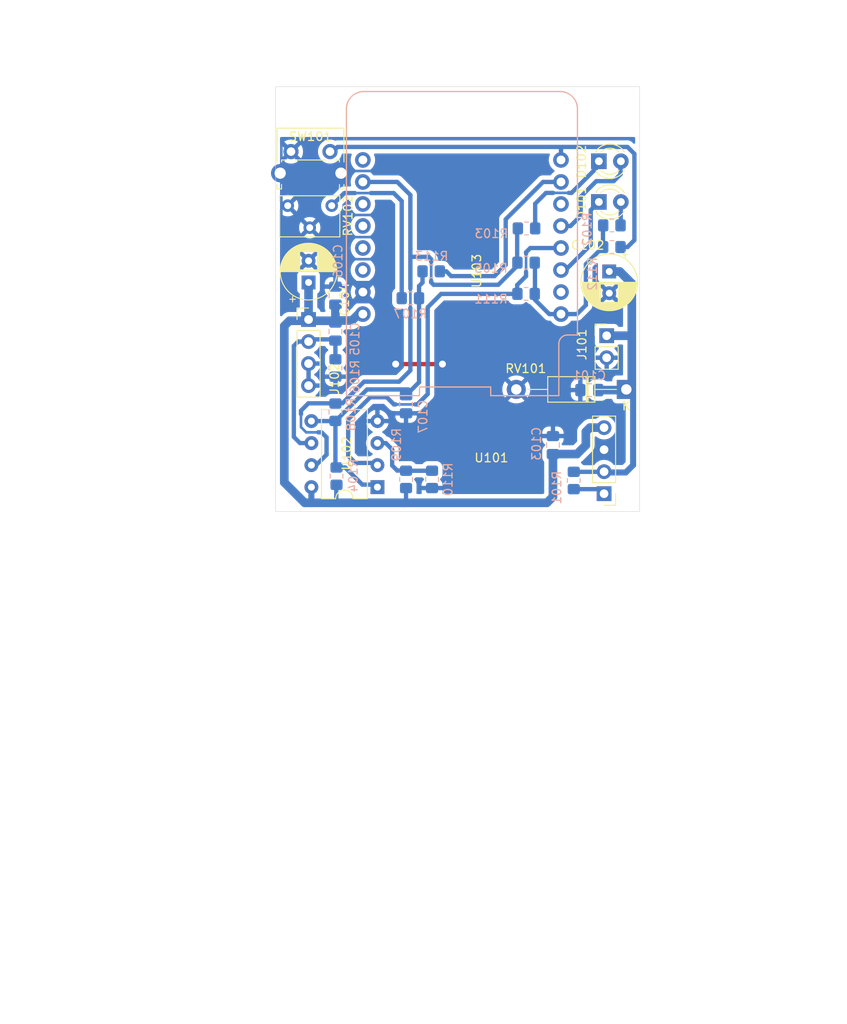
<source format=kicad_pcb>
(kicad_pcb (version 20211014) (generator pcbnew)
  (layers (0 "F.Cu" signal) (31 "B.Cu" signal) (34 "B.Paste" user) (35 "F.Paste" user) (36 "B.SilkS" user "B.Silkscreen") (37 "F.SilkS" user "F.Silkscreen") (38 "B.Mask" user) (39 "F.Mask" user) (44 "Edge.Cuts" user))
  (net 0 "")
  (net 1 "+5V")
  (net 2 "GND")
  (net 3 "Net-(D102-Pad1)")
  (net 4 "Net-(C101-Pad1)")
  (net 5 "+3V3")
  (net 6 "Net-(C105-Pad2)")
  (net 7 "Net-(D101-Pad1)")
  (net 8 "Net-(D101-Pad2)")
  (net 9 "Net-(R101-Pad2)")
  (net 10 "Net-(R109-Pad1)")
  (net 11 "Net-(D102-Pad2)")
  (net 13 "Net-(R111-Pad1)")
  (net 20 "Net-(R103-Pad1)")
  (net 21 "Net-(R112-Pad1)")
  (net 22 "Net-(C107-Pad1)")
  (net 23 "Net-(R107-Pad1)")
  (net 24 "Net-(R113-Pad2)")
  (footprint "Connector_PinHeader_2.54mm:PinHeader_1x02_P2.54mm_Vertical" (layer "F.Cu") (at 99.6 63.5125)
    (fp_text reference "J101" (at -2.85 1.025 90) (layer "F.SilkS"))
    (fp_text value "Power")
    (pad "1" thru_hole rect locked (at 0 0) (size 1.7 1.7) (drill 1) (layers *.Cu *.Mask) (net 4 "Net-(C101-Pad1)"))
    (pad "2" thru_hole oval locked (at 0 2.54) (size 1.7 1.7) (drill 1) (layers *.Cu *.Mask) (net 2 "GND"))
  )
  (footprint "Potentiometer_THT:Potentiometer_Bourns_3266W_Vertical" (layer "F.Cu") (at 67.875 48.5125)
    (fp_text reference "RV102" (at 1.875 1.175 90) (layer "F.SilkS"))
    (fp_text value "10k")
    (pad "1" thru_hole circle (at 0 0) (size 1.44 1.44) (drill 0.8) (layers *.Cu *.Mask) (net 23 "Net-(R107-Pad1)"))
    (pad "2" thru_hole circle (at -2.54 2.54) (size 1.44 1.44) (drill 0.8) (layers *.Cu *.Mask) (net 2 "GND"))
    (pad "3" thru_hole circle (at -5.08 0) (size 1.44 1.44) (drill 0.8) (layers *.Cu *.Mask) (net 2 "GND"))
  )
  (footprint "LED_THT:LED_D3.0mm" (layer "F.Cu") (at 98.7 43.3875)
    (fp_text reference "D102" (at -2 0.05 90) (layer "F.SilkS"))
    (fp_text value "LED yellow")
    (pad "1" thru_hole rect locked (at 0 0) (size 1.8 1.8) (drill 0.9) (layers *.Cu *.Mask) (net 3 "Net-(D102-Pad1)"))
    (pad "2" thru_hole circle locked (at 2.54 0) (size 1.8 1.8) (drill 0.9) (layers *.Cu *.Mask) (net 11 "Net-(D102-Pad2)"))
  )
  (footprint "Package_DIP:DIP-8_W7.62mm" (layer "F.Cu") (at 73.1475 80.98 180)
    (fp_text reference "U102" (at 3.5475 3.8925 90) (layer "F.SilkS"))
    (fp_text value "LMV393")
    (pad "1" thru_hole rect locked (at 0 0 180) (size 1.6 1.6) (drill 0.8) (layers *.Cu *.Mask) (net 22 "Net-(C107-Pad1)"))
    (pad "2" thru_hole oval locked (at 0 2.54 180) (size 1.6 1.6) (drill 0.8) (layers *.Cu *.Mask) (net 13 "Net-(R111-Pad1)"))
    (pad "3" thru_hole oval locked (at 0 5.08 180) (size 1.6 1.6) (drill 0.8) (layers *.Cu *.Mask) (net 10 "Net-(R109-Pad1)"))
    (pad "4" thru_hole oval locked (at 0 7.62 180) (size 1.6 1.6) (drill 0.8) (layers *.Cu *.Mask) (net 2 "GND"))
    (pad "5" thru_hole oval locked (at 7.62 7.62 180) (size 1.6 1.6) (drill 0.8) (layers *.Cu *.Mask) (net 22 "Net-(C107-Pad1)"))
    (pad "6" thru_hole oval locked (at 7.62 5.08 180) (size 1.6 1.6) (drill 0.8) (layers *.Cu *.Mask) (net 6 "Net-(C105-Pad2)"))
    (pad "7" thru_hole oval locked (at 7.62 2.54 180) (size 1.6 1.6) (drill 0.8) (layers *.Cu *.Mask) (net 20 "Net-(R103-Pad1)"))
    (pad "8" thru_hole oval locked (at 7.62 0 180) (size 1.6 1.6) (drill 0.8) (layers *.Cu *.Mask) (net 1 "+5V"))
  )
  (footprint "Diode_THT:D_A-405_P12.70mm_Horizontal" (layer "F.Cu") (at 101.87 69.7075 180)
    (fp_text reference "RV101" (at 11.6 2.4) (layer "F.SilkS"))
    (fp_text value "Varistor")
    (fp_text user "K" (at 0 -1.9) (layer "F.SilkS"))
    (pad "1" thru_hole rect locked (at 0 0 180) (size 2.2 2.2) (drill 1.2) (layers *.Cu *.Mask) (net 4 "Net-(C101-Pad1)"))
    (pad "2" thru_hole circle locked (at 12.7 0 180) (size 2.2 2.2) (drill 1.2) (layers *.Cu *.Mask) (net 2 "GND"))
  )
  (footprint "Connector_PinHeader_2.54mm:PinHeader_1x04_P2.54mm_Vertical" (layer "F.Cu") (at 65.2 61.6475)
    (fp_text reference "J102" (at 3 6.8525 90) (layer "F.SilkS"))
    (fp_text value "Sensor")
    (pad "1" thru_hole rect locked (at 0 0) (size 1.7 1.7) (drill 1) (layers *.Cu *.Mask) (net 1 "+5V"))
    (pad "2" thru_hole oval locked (at 0 2.54) (size 1.7 1.7) (drill 1) (layers *.Cu *.Mask) (net 6 "Net-(C105-Pad2)"))
    (pad "3" thru_hole oval locked (at 0 5.08) (size 1.7 1.7) (drill 1) (layers *.Cu *.Mask) (net 2 "GND"))
    (pad "4" thru_hole oval locked (at 0 7.62) (size 1.7 1.7) (drill 1) (layers *.Cu *.Mask) (net 2 "GND"))
  )
  (footprint "Connector_PinHeader_2.54mm:PinHeader_1x04_P2.54mm_Vertical" (layer "F.Cu") (at 99.3 81.7375 180)
    (fp_text reference "U101" (at 13 4.1375) (layer "F.SilkS"))
    (fp_text value "DC/DC")
    (pad "1" thru_hole rect locked (at 0 0 180) (size 1.7 1.7) (drill 1) (layers *.Cu *.Mask) (net 9 "Net-(R101-Pad2)"))
    (pad "2" thru_hole oval locked (at 0 2.54 180) (size 1.7 1.7) (drill 1) (layers *.Cu *.Mask) (net 4 "Net-(C101-Pad1)"))
    (pad "3" thru_hole oval locked (at 0 5.08 180) (size 1.7 1.7) (drill 1) (layers *.Cu *.Mask) (net 2 "GND"))
    (pad "4" thru_hole oval locked (at 0 7.62 180) (size 1.7 1.7) (drill 1) (layers *.Cu *.Mask) (net 1 "+5V"))
  )
  (footprint "Button_Switch_THT:SW_Tactile_SPST_Angled_PTS645Vx58-2LFS" (layer "F.Cu") (at 63.175 42.275)
    (fp_text reference "SW101" (at 2.225 -1.7375) (layer "F.SilkS"))
    (fp_text value "SW_Push")
    (pad "" thru_hole circle locked (at -1.25 2.49) (size 2.1 2.1) (drill 1.3) (layers *.Cu *.Mask) (net 2 "GND"))
    (pad "" thru_hole circle locked (at 5.76 2.49) (size 2.1 2.1) (drill 1.3) (layers *.Cu *.Mask) (net 2 "GND"))
    (pad "1" thru_hole circle locked (at 0 0) (size 1.75 1.75) (drill 0.99) (layers *.Cu *.Mask) (net 2 "GND"))
    (pad "2" thru_hole circle locked (at 4.5 0) (size 1.75 1.75) (drill 0.99) (layers *.Cu *.Mask) (net 21 "Net-(R112-Pad1)"))
  )
  (footprint "LED_THT:LED_D3.0mm" (layer "F.Cu") (at 98.7 48.0875)
    (fp_text reference "D101" (at -2 0.1 90) (layer "F.SilkS"))
    (fp_text value "LED red")
    (pad "1" thru_hole rect locked (at 0 0) (size 1.8 1.8) (drill 0.9) (layers *.Cu *.Mask) (net 7 "Net-(D101-Pad1)"))
    (pad "2" thru_hole circle locked (at 2.54 0) (size 1.8 1.8) (drill 0.9) (layers *.Cu *.Mask) (net 8 "Net-(D101-Pad2)"))
  )
  (footprint "Capacitor_THT:CP_Radial_D6.3mm_P2.50mm" (layer "F.Cu") (at 65.2 57.36988 90)
    (fp_text reference "C104" (at -1.96762 4.15 90) (layer "F.SilkS"))
    (fp_text value "100u")
    (pad "1" thru_hole rect locked (at 0 0 90) (size 1.6 1.6) (drill 0.8) (layers *.Cu *.Mask) (net 1 "+5V"))
    (pad "2" thru_hole circle locked (at 2.5 0 90) (size 1.6 1.6) (drill 0.8) (layers *.Cu *.Mask) (net 2 "GND"))
  )
  (footprint "Capacitor_THT:CP_Radial_D6.3mm_P2.50mm" (layer "F.Cu") (at 99.9 56.105121 -90)
    (fp_text reference "C102" (at -3.017621 2.5 180) (layer "F.SilkS"))
    (fp_text value "100u")
    (pad "1" thru_hole rect locked (at 0 0 270) (size 1.6 1.6) (drill 0.8) (layers *.Cu *.Mask) (net 4 "Net-(C101-Pad1)"))
    (pad "2" thru_hole circle locked (at 2.5 0 270) (size 1.6 1.6) (drill 0.8) (layers *.Cu *.Mask) (net 2 "GND"))
  )
  (footprint "ESP8266:wemos-d1-mini-with-pin-header" (layer "B.Cu") (at 82.898988 52.128512 90)
    (fp_text reference "U103" (at -3.908988 1.701012 90) (layer "F.SilkS"))
    (fp_text value "WeMos_D1_mini")
    (pad "1" thru_hole circle locked (at 8.89 11.43 90) (size 1.8 1.8) (drill 1.016) (layers *.Cu *.Mask) (net 21 "Net-(R112-Pad1)"))
    (pad "2" thru_hole circle locked (at 6.35 11.43 90) (size 1.8 1.8) (drill 1.016) (layers *.Cu *.Mask) (net 24 "Net-(R113-Pad2)"))
    (pad "3" thru_hole circle locked (at 3.81 11.43 90) (size 1.8 1.8) (drill 1.016) (layers *.Cu *.Mask))
    (pad "4" thru_hole circle locked (at 1.27 11.43 90) (size 1.8 1.8) (drill 1.016) (layers *.Cu *.Mask) (net 11 "Net-(D102-Pad2)"))
    (pad "5" thru_hole circle locked (at -1.27 11.43 90) (size 1.8 1.8) (drill 1.016) (layers *.Cu *.Mask) (net 13 "Net-(R111-Pad1)"))
    (pad "6" thru_hole circle locked (at -3.81 11.43 90) (size 1.8 1.8) (drill 1.016) (layers *.Cu *.Mask) (net 7 "Net-(D101-Pad1)"))
    (pad "7" thru_hole circle locked (at -6.35 11.43 90) (size 1.8 1.8) (drill 1.016) (layers *.Cu *.Mask))
    (pad "8" thru_hole circle locked (at -8.89 11.43 90) (size 1.8 1.8) (drill 1.016) (layers *.Cu *.Mask) (net 5 "+3V3"))
    (pad "9" thru_hole circle locked (at -8.89 -11.43 90) (size 1.8 1.8) (drill 1.016) (layers *.Cu *.Mask) (net 1 "+5V"))
    (pad "10" thru_hole circle locked (at -6.35 -11.43 90) (size 1.8 1.8) (drill 1.016) (layers *.Cu *.Mask) (net 2 "GND"))
    (pad "11" thru_hole circle locked (at -3.81 -11.43 90) (size 1.8 1.8) (drill 1.016) (layers *.Cu *.Mask))
    (pad "12" thru_hole circle locked (at -1.27 -11.43 90) (size 1.8 1.8) (drill 1.016) (layers *.Cu *.Mask))
    (pad "13" thru_hole circle locked (at 1.27 -11.43 90) (size 1.8 1.8) (drill 1.016) (layers *.Cu *.Mask))
    (pad "14" thru_hole circle locked (at 3.81 -11.43 90) (size 1.8 1.8) (drill 1.016) (layers *.Cu *.Mask))
    (pad "15" thru_hole circle locked (at 6.35 -11.43 90) (size 1.8 1.8) (drill 1.016) (layers *.Cu *.Mask) (net 20 "Net-(R103-Pad1)"))
    (pad "16" thru_hole circle locked (at 8.89 -11.43 90) (size 1.8 1.8) (drill 1.016) (layers *.Cu *.Mask))
  )
  (footprint "Capacitor_SMD:C_0805_2012Metric_Pad1.18x1.45mm_HandSolder" (layer "B.Cu") (at 93.4 76.125 90)
    (fp_text reference "C103" (at 0.15 -1.9 90) (layer "B.SilkS") (effects (justify mirror)))
    (fp_text value "100n")
    (pad "1" smd roundrect (at -1.0375 0 90) (size 1.175 1.45) (layers "B.Cu" "B.Paste" "B.Mask") (roundrect_rratio 0.2127659574) (net 1 "+5V"))
    (pad "2" smd roundrect (at 1.0375 0 90) (size 1.175 1.45) (layers "B.Cu" "B.Paste" "B.Mask") (roundrect_rratio 0.2127659574) (net 2 "GND"))
  )
  (footprint "Resistor_SMD:R_0805_2012Metric_Pad1.20x1.40mm_HandSolder" (layer "B.Cu") (at 76.95 59.1875)
    (fp_text reference "R107" (at 0 1.8) (layer "B.SilkS") (effects (justify mirror)))
    (fp_text value "220R")
    (pad "1" smd roundrect (at -1 0) (size 1.2 1.4) (layers "B.Cu" "B.Paste" "B.Mask") (roundrect_rratio 0.2083333333) (net 23 "Net-(R107-Pad1)"))
    (pad "2" smd roundrect (at 1 0) (size 1.2 1.4) (layers "B.Cu" "B.Paste" "B.Mask") (roundrect_rratio 0.2083333333) (net 22 "Net-(C107-Pad1)"))
  )
  (footprint "Capacitor_SMD:C_0805_2012Metric_Pad1.18x1.45mm_HandSolder" (layer "B.Cu") (at 76.45 71.425 -90)
    (fp_text reference "C107" (at 1.4125 -1.95 90) (layer "B.SilkS") (effects (justify mirror)))
    (fp_text value "47n")
    (pad "1" smd roundrect (at -1.0375 0 270) (size 1.175 1.45) (layers "B.Cu" "B.Paste" "B.Mask") (roundrect_rratio 0.2127659574) (net 22 "Net-(C107-Pad1)"))
    (pad "2" smd roundrect (at 1.0375 0 270) (size 1.175 1.45) (layers "B.Cu" "B.Paste" "B.Mask") (roundrect_rratio 0.2127659574) (net 2 "GND"))
  )
  (footprint "Capacitor_SMD:C_0805_2012Metric_Pad1.18x1.45mm_HandSolder" (layer "B.Cu") (at 68.3 58.8875 90)
    (fp_text reference "C106" (at 4 0.3 270) (layer "B.SilkS") (effects (justify mirror)))
    (fp_text value "100n")
    (pad "1" smd roundrect (at -1.0375 0 90) (size 1.175 1.45) (layers "B.Cu" "B.Paste" "B.Mask") (roundrect_rratio 0.2127659574) (net 1 "+5V"))
    (pad "2" smd roundrect (at 1.0375 0 90) (size 1.175 1.45) (layers "B.Cu" "B.Paste" "B.Mask") (roundrect_rratio 0.2127659574) (net 2 "GND"))
  )
  (footprint "Resistor_SMD:R_0805_2012Metric_Pad1.20x1.40mm_HandSolder" (layer "B.Cu") (at 76.45 80.0875 -90)
    (fp_text reference "R109" (at -4 1.1 90) (layer "B.SilkS") (effects (justify mirror)))
    (fp_text value "47k")
    (pad "1" smd roundrect (at -1 0 270) (size 1.2 1.4) (layers "B.Cu" "B.Paste" "B.Mask") (roundrect_rratio 0.2083333333) (net 10 "Net-(R109-Pad1)"))
    (pad "2" smd roundrect (at 1 0 270) (size 1.2 1.4) (layers "B.Cu" "B.Paste" "B.Mask") (roundrect_rratio 0.2083333333) (net 1 "+5V"))
  )
  (footprint "Capacitor_SMD:C_0805_2012Metric_Pad1.18x1.45mm_HandSolder" (layer "B.Cu") (at 68.3 63.0375 -90)
    (fp_text reference "C105" (at 0.85 -2.25 90) (layer "B.SilkS") (effects (justify mirror)))
    (fp_text value "47p")
    (pad "1" smd roundrect (at -1.0375 0 270) (size 1.175 1.45) (layers "B.Cu" "B.Paste" "B.Mask") (roundrect_rratio 0.2127659574) (net 1 "+5V"))
    (pad "2" smd roundrect (at 1.0375 0 270) (size 1.175 1.45) (layers "B.Cu" "B.Paste" "B.Mask") (roundrect_rratio 0.2127659574) (net 6 "Net-(C105-Pad2)"))
  )
  (footprint "Resistor_SMD:R_0805_2012Metric_Pad1.20x1.40mm_HandSolder" (layer "B.Cu") (at 90.35 51.1375)
    (fp_text reference "R103" (at -4.05 0.6) (layer "B.SilkS") (effects (justify mirror)))
    (fp_text value "330R")
    (pad "1" smd roundrect (at -1 0) (size 1.2 1.4) (layers "B.Cu" "B.Paste" "B.Mask") (roundrect_rratio 0.2083333333) (net 20 "Net-(R103-Pad1)"))
    (pad "2" smd roundrect (at 1 0) (size 1.2 1.4) (layers "B.Cu" "B.Paste" "B.Mask") (roundrect_rratio 0.2083333333) (net 3 "Net-(D102-Pad1)"))
  )
  (footprint "Resistor_SMD:R_0805_2012Metric_Pad1.20x1.40mm_HandSolder" (layer "B.Cu") (at 90.3 55.0875)
    (fp_text reference "R105" (at -4.05 0.65 180) (layer "B.SilkS") (effects (justify mirror)))
    (fp_text value "10k")
    (pad "1" smd roundrect (at -1 0) (size 1.2 1.4) (layers "B.Cu" "B.Paste" "B.Mask") (roundrect_rratio 0.2083333333) (net 20 "Net-(R103-Pad1)"))
    (pad "2" smd roundrect (at 1 0) (size 1.2 1.4) (layers "B.Cu" "B.Paste" "B.Mask") (roundrect_rratio 0.2083333333) (net 5 "+3V3"))
  )
  (footprint "Capacitor_SMD:C_0805_2012Metric_Pad1.18x1.45mm_HandSolder" (layer "B.Cu") (at 97.6 69.7875 180)
    (fp_text reference "C101" (at 0 1.68) (layer "B.SilkS") (effects (justify mirror)))
    (fp_text value "100n")
    (pad "1" smd roundrect (at -1.0375 0 180) (size 1.175 1.45) (layers "B.Cu" "B.Paste" "B.Mask") (roundrect_rratio 0.2127659574) (net 4 "Net-(C101-Pad1)"))
    (pad "2" smd roundrect (at 1.0375 0 180) (size 1.175 1.45) (layers "B.Cu" "B.Paste" "B.Mask") (roundrect_rratio 0.2127659574) (net 2 "GND"))
  )
  (footprint "Resistor_SMD:R_0805_2012Metric_Pad1.20x1.40mm_HandSolder" (layer "B.Cu") (at 90.3 58.6875)
    (fp_text reference "R111" (at -4.05 0.6 180) (layer "B.SilkS") (effects (justify mirror)))
    (fp_text value "10k")
    (pad "1" smd roundrect (at -1 0) (size 1.2 1.4) (layers "B.Cu" "B.Paste" "B.Mask") (roundrect_rratio 0.2083333333) (net 13 "Net-(R111-Pad1)"))
    (pad "2" smd roundrect (at 1 0) (size 1.2 1.4) (layers "B.Cu" "B.Paste" "B.Mask") (roundrect_rratio 0.2083333333) (net 5 "+3V3"))
  )
  (footprint "Resistor_SMD:R_0805_2012Metric_Pad1.20x1.40mm_HandSolder" (layer "B.Cu") (at 79.45 80.0875 90)
    (fp_text reference "R110" (at 0 1.85 90) (layer "B.SilkS") (effects (justify mirror)))
    (fp_text value "22k")
    (pad "1" smd roundrect (at -1 0 90) (size 1.2 1.4) (layers "B.Cu" "B.Paste" "B.Mask") (roundrect_rratio 0.2083333333) (net 2 "GND"))
    (pad "2" smd roundrect (at 1 0 90) (size 1.2 1.4) (layers "B.Cu" "B.Paste" "B.Mask") (roundrect_rratio 0.2083333333) (net 10 "Net-(R109-Pad1)"))
  )
  (footprint "Resistor_SMD:R_0805_2012Metric_Pad1.20x1.40mm_HandSolder" (layer "B.Cu") (at 68.425 79.7125 -90)
    (fp_text reference "R104" (at -0.075 -1.925 90) (layer "B.SilkS") (effects (justify mirror)))
    (fp_text value "12k")
    (pad "1" smd roundrect (at -1 0 270) (size 1.2 1.4) (layers "B.Cu" "B.Paste" "B.Mask") (roundrect_rratio 0.2083333333) (net 22 "Net-(C107-Pad1)"))
    (pad "2" smd roundrect (at 1 0 270) (size 1.2 1.4) (layers "B.Cu" "B.Paste" "B.Mask") (roundrect_rratio 0.2083333333) (net 1 "+5V"))
  )
  (footprint "Resistor_SMD:R_0805_2012Metric_Pad1.20x1.40mm_HandSolder" (layer "B.Cu") (at 79.35 56.0875)
    (fp_text reference "R113" (at 0.05 -1.75) (layer "B.SilkS") (effects (justify mirror)))
    (fp_text value "120R")
    (pad "1" smd roundrect (at -1 0) (size 1.2 1.4) (layers "B.Cu" "B.Paste" "B.Mask") (roundrect_rratio 0.2083333333) (net 22 "Net-(C107-Pad1)"))
    (pad "2" smd roundrect (at 1 0) (size 1.2 1.4) (layers "B.Cu" "B.Paste" "B.Mask") (roundrect_rratio 0.2083333333) (net 24 "Net-(R113-Pad2)"))
  )
  (footprint "Resistor_SMD:R_0805_2012Metric_Pad1.20x1.40mm_HandSolder" (layer "B.Cu") (at 100.2 53.2875 180)
    (fp_text reference "R112" (at 2.25 -3.1 90) (layer "B.SilkS") (effects (justify mirror)))
    (fp_text value "10k")
    (pad "1" smd roundrect (at -1 0 180) (size 1.2 1.4) (layers "B.Cu" "B.Paste" "B.Mask") (roundrect_rratio 0.2083333333) (net 21 "Net-(R112-Pad1)"))
    (pad "2" smd roundrect (at 1 0 180) (size 1.2 1.4) (layers "B.Cu" "B.Paste" "B.Mask") (roundrect_rratio 0.2083333333) (net 5 "+3V3"))
  )
  (footprint "Resistor_SMD:R_0805_2012Metric_Pad1.20x1.40mm_HandSolder" (layer "B.Cu") (at 100.2 50.7875 180)
    (fp_text reference "R102" (at 2.85 -0.45 90) (layer "B.SilkS") (effects (justify mirror)))
    (fp_text value "330R")
    (pad "1" smd roundrect (at -1 0 180) (size 1.2 1.4) (layers "B.Cu" "B.Paste" "B.Mask") (roundrect_rratio 0.2083333333) (net 8 "Net-(D101-Pad2)"))
    (pad "2" smd roundrect (at 1 0 180) (size 1.2 1.4) (layers "B.Cu" "B.Paste" "B.Mask") (roundrect_rratio 0.2083333333) (net 5 "+3V3"))
  )
  (footprint "Resistor_SMD:R_0805_2012Metric_Pad1.20x1.40mm_HandSolder" (layer "B.Cu") (at 68.3 72.3375 90)
    (fp_text reference "R108" (at -0.25 1.8 270) (layer "B.SilkS") (effects (justify mirror)))
    (fp_text value "100k")
    (pad "1" smd roundrect (at -1 0 90) (size 1.2 1.4) (layers "B.Cu" "B.Paste" "B.Mask") (roundrect_rratio 0.2083333333) (net 22 "Net-(C107-Pad1)"))
    (pad "2" smd roundrect (at 1 0 90) (size 1.2 1.4) (layers "B.Cu" "B.Paste" "B.Mask") (roundrect_rratio 0.2083333333) (net 20 "Net-(R103-Pad1)"))
  )
  (footprint "Resistor_SMD:R_0805_2012Metric_Pad1.20x1.40mm_HandSolder" (layer "B.Cu") (at 95.8 80.2125 -90)
    (fp_text reference "R101" (at 0.825 1.95 90) (layer "B.SilkS") (effects (justify mirror)))
    (fp_text value "100k")
    (pad "1" smd roundrect (at -1 0 270) (size 1.2 1.4) (layers "B.Cu" "B.Paste" "B.Mask") (roundrect_rratio 0.2083333333) (net 4 "Net-(C101-Pad1)"))
    (pad "2" smd roundrect (at 1 0 270) (size 1.2 1.4) (layers "B.Cu" "B.Paste" "B.Mask") (roundrect_rratio 0.2083333333) (net 9 "Net-(R101-Pad2)"))
  )
  (footprint "Resistor_SMD:R_0805_2012Metric_Pad1.20x1.40mm_HandSolder" (layer "B.Cu") (at 68.3 67.2375 90)
    (fp_text reference "R106" (at -1 2.25 270) (layer "B.SilkS") (effects (justify mirror)))
    (fp_text value "12k")
    (pad "1" smd roundrect (at -1 0 90) (size 1.2 1.4) (layers "B.Cu" "B.Paste" "B.Mask") (roundrect_rratio 0.2083333333) (net 2 "GND"))
    (pad "2" smd roundrect (at 1 0 90) (size 1.2 1.4) (layers "B.Cu" "B.Paste" "B.Mask") (roundrect_rratio 0.2083333333) (net 6 "Net-(C105-Pad2)"))
  )
  (gr_rect (start 61.4 34.7875) (end 103.4 83.7875) (layer "Edge.Cuts") (width 0.05) (fill none))
  (segment (start 65.5275 82.66) (end 65.4 82.7875) (width 0.7) (layer "B.Cu") (net 1))
  (segment (start 96.175 77.1625) (end 97.2 76.1375) (width 1) (layer "B.Cu") (net 1))
  (segment (start 70.213988 61.7625) (end 70.968988 61.0075) (width 1) (layer "B.Cu") (net 1))
  (segment (start 76.45 82.5375) (end 76.2 82.7875) (width 0.5) (layer "B.Cu") (net 1))
  (segment (start 68 61.7625) (end 70.213988 61.7625) (width 1) (layer "B.Cu") (net 1))
  (segment (start 67.975 61.7875) (end 68 61.7625) (width 1) (layer "B.Cu") (net 1))
  (segment (start 65.5275 80.98) (end 65.5275 82.66) (width 0.7) (layer "B.Cu") (net 1))
  (segment (start 76.2 82.7875) (end 92.7 82.7875) (width 1) (layer "B.Cu") (net 1))
  (segment (start 63 61.7875) (end 65.1 61.7875) (width 1) (layer "B.Cu") (net 1))
  (segment (start 65.2 61.6475) (end 65.2 61.6875) (width 1) (layer "B.Cu") (net 1))
  (segment (start 76.45 81.0875) (end 76.45 82.5375) (width 0.5) (layer "B.Cu") (net 1))
  (segment (start 62.4 80.4375) (end 62.4 62.3875) (width 1) (layer "B.Cu") (net 1))
  (segment (start 68.4 82.7875) (end 65.4 82.7875) (width 1) (layer "B.Cu") (net 1))
  (segment (start 93.425 77.5875) (end 93.4 77.6125) (width 1) (layer "B.Cu") (net 1))
  (segment (start 97.2 74.5875) (end 97.67 74.1175) (width 1) (layer "B.Cu") (net 1))
  (segment (start 68.3 59.9125) (end 68.3 61.7625) (width 1) (layer "B.Cu") (net 1))
  (segment (start 93.4 77.5625) (end 93.425 77.5875) (width 1) (layer "B.Cu") (net 1))
  (segment (start 68.425 80.7125) (end 68.4 80.7375) (width 0.5) (layer "B.Cu") (net 1))
  (segment (start 68.4 80.7375) (end 68.4 82.7875) (width 0.5) (layer "B.Cu") (net 1))
  (segment (start 92.7 82.7875) (end 93.4 82.0875) (width 1) (layer "B.Cu") (net 1))
  (segment (start 93.4 77.1625) (end 93.4 77.5625) (width 1) (layer "B.Cu") (net 1))
  (segment (start 65.2 61.6475) (end 65.2 57.36988) (width 1) (layer "B.Cu") (net 1))
  (segment (start 93.4 82.0875) (end 93.4 77.6125) (width 1) (layer "B.Cu") (net 1))
  (segment (start 93.4 77.1625) (end 96.175 77.1625) (width 1) (layer "B.Cu") (net 1))
  (segment (start 97.2 76.1375) (end 97.2 74.5875) (width 1) (layer "B.Cu") (net 1))
  (segment (start 97.67 74.1175) (end 99.3 74.1175) (width 1) (layer "B.Cu") (net 1))
  (segment (start 76.2 82.7875) (end 68.4 82.7875) (width 1) (layer "B.Cu") (net 1))
  (segment (start 64.75 82.7875) (end 62.4 80.4375) (width 1) (layer "B.Cu") (net 1))
  (segment (start 65.2 61.6875) (end 65.1 61.7875) (width 1) (layer "B.Cu") (net 1))
  (segment (start 65.4 82.7875) (end 64.75 82.7875) (width 1) (layer "B.Cu") (net 1))
  (segment (start 62.4 62.3875) (end 63 61.7875) (width 1) (layer "B.Cu") (net 1))
  (segment (start 65.1 61.7875) (end 67.975 61.7875) (width 1) (layer "B.Cu") (net 1))
  (segment (start 75.8 66.7875) (end 79.8 66.7875) (width 0.5) (layer "F.Cu") (net 2))
  (via (at 80.65 66.7875) (size 1.8) (drill 0.8) (layers "F.Cu" "B.Cu") (net 2))
  (via (at 75.25 66.7875) (size 1.8) (drill 0.8) (layers "F.Cu" "B.Cu") (net 2))
  (segment (start 69.4 52.1375) (end 73.8 52.1375) (width 0.3) (layer "B.Cu") (net 2))
  (segment (start 69.875 44.5125) (end 74.275 44.5125) (width 0.3) (layer "B.Cu") (net 2))
  (segment (start 69.4 49.5875) (end 73.8 49.5875) (width 0.3) (layer "B.Cu") (net 2))
  (segment (start 69.85 59.5375) (end 74.25 59.5375) (width 0.5) (layer "B.Cu") (net 2))
  (segment (start 62.06 40.7625) (end 62.06 43.7125) (width 0.3) (layer "B.Cu") (net 2))
  (segment (start 62.06 50.6775) (end 62.06 46.2775) (width 0.3) (layer "B.Cu") (net 2))
  (segment (start 69.9 57.4375) (end 74.3 57.4375) (width 0.5) (layer "B.Cu") (net 2))
  (segment (start 69.375 54.6875) (end 73.775 54.6875) (width 0.3) (layer "B.Cu") (net 2))
  (segment (start 93.425 47.0375) (end 92.6 47.0375) (width 0.5) (layer "B.Cu") (net 3))
  (segment (start 95.225 47.0375) (end 93.425 47.0375) (width 0.3) (layer "B.Cu") (net 3))
  (segment (start 98.7 43.8875) (end 95.55 47.0375) (width 0.5) (layer "B.Cu") (net 3))
  (segment (start 92.6 47.0375) (end 91.35 48.2875) (width 0.5) (layer "B.Cu") (net 3))
  (segment (start 98.7 43.3875) (end 98.7 43.8875) (width 0.5) (layer "B.Cu") (net 3))
  (segment (start 91.35 48.2875) (end 91.35 51.1375) (width 0.5) (layer "B.Cu") (net 3))
  (segment (start 95.55 47.0375) (end 95.225 47.0375) (width 0.5) (layer "B.Cu") (net 3))
  (segment (start 99.6 63.5125) (end 100.1 63.5125) (width 0.25) (layer "B.Cu") (net 4))
  (segment (start 99.3 79.1975) (end 99.39 79.2875) (width 0.7) (layer "B.Cu") (net 4))
  (segment (start 102.65 78.4375) (end 102.65 70.2875) (width 0.7) (layer "B.Cu") (net 4))
  (segment (start 102.5 57.4875) (end 101.117621 56.105121) (width 1) (layer "B.Cu") (net 4))
  (segment (start 95.8 79.2125) (end 99.285 79.2125) (width 0.5) (layer "B.Cu") (net 4))
  (segment (start 102.4 63.4875) (end 102.5 63.4875) (width 1) (layer "B.Cu") (net 4))
  (segment (start 102.375 63.5125) (end 102.4 63.4875) (width 1) (layer "B.Cu") (net 4))
  (segment (start 101.95 69.7875) (end 102.05 69.6875) (width 1) (layer "B.Cu") (net 4))
  (segment (start 100.1 63.5125) (end 102.375 63.5125) (width 1) (layer "B.Cu") (net 4))
  (segment (start 99.3 79.1975) (end 99.38 79.2775) (width 1) (layer "B.Cu") (net 4))
  (segment (start 98.6375 69.7875) (end 101.95 69.7875) (width 1) (layer "B.Cu") (net 4))
  (segment (start 99.9 56.105121) (end 101.117621 56.105121) (width 1) (layer "B.Cu") (net 4))
  (segment (start 102.65 70.2875) (end 102.05 69.6875) (width 0.7) (layer "B.Cu") (net 4))
  (segment (start 102.5 57.4875) (end 102.5 63.5875) (width 1) (layer "B.Cu") (net 4))
  (segment (start 102.5 70.1375) (end 102.5 63.4875) (width 1) (layer "B.Cu") (net 4))
  (segment (start 99.39 79.2875) (end 101.8 79.2875) (width 0.7) (layer "B.Cu") (net 4))
  (segment (start 101.8 79.2875) (end 102.65 78.4375) (width 0.7) (layer "B.Cu") (net 4))
  (segment (start 99.285 79.2125) (end 99.3 79.1975) (width 0.5) (layer "B.Cu") (net 4))
  (segment (start 91.325 55.0875) (end 91.325 58.6875) (width 0.5) (layer "B.Cu") (net 5))
  (segment (start 91.325 59.3625) (end 92.981012 61.018512) (width 0.5) (layer "B.Cu") (net 5))
  (segment (start 96.168988 61.018512) (end 94.328988 61.018512) (width 0.5) (layer "B.Cu") (net 5))
  (segment (start 96.168988 61.018512) (end 97.2 59.9875) (width 0.5) (layer "B.Cu") (net 5))
  (segment (start 97.2 55.2625) (end 99.175 53.2875) (width 0.5) (layer "B.Cu") (net 5))
  (segment (start 97.2 59.9875) (end 97.2 55.2625) (width 0.5) (layer "B.Cu") (net 5))
  (segment (start 99.175 50.7875) (end 99.175 53.2875) (width 0.5) (layer "B.Cu") (net 5))
  (segment (start 92.981012 61.018512) (end 94.328988 61.018512) (width 0.5) (layer "B.Cu") (net 5))
  (segment (start 91.325 58.6875) (end 91.325 59.3625) (width 0.5) (layer "B.Cu") (net 5))
  (segment (start 68.175 63.9375) (end 65.45 63.9375) (width 0.5) (layer "B.Cu") (net 6))
  (segment (start 63.5 75.1875) (end 63.5 64.6875) (width 0.5) (layer "B.Cu") (net 6))
  (segment (start 68.1 64.0125) (end 68.3 63.8125) (width 0.5) (layer "B.Cu") (net 6))
  (segment (start 63.5 64.6875) (end 64 64.1875) (width 0.5) (layer "B.Cu") (net 6))
  (segment (start 64 64.1875) (end 65.2 64.1875) (width 0.5) (layer "B.Cu") (net 6))
  (segment (start 64.2125 75.9) (end 63.5 75.1875) (width 0.5) (layer "B.Cu") (net 6))
  (segment (start 68.3 66.2125) (end 68.3 63.8125) (width 0.5) (layer "B.Cu") (net 6))
  (segment (start 65.45 63.9375) (end 65.2 64.1875) (width 0.5) (layer "B.Cu") (net 6))
  (segment (start 65.5275 75.9) (end 64.2125 75.9) (width 0.5) (layer "B.Cu") (net 6))
  (segment (start 97.7625 49.025) (end 98.7 48.0875) (width 0.5) (layer "B.Cu") (net 7))
  (segment (start 97.7625 53.025) (end 97.7625 49.025) (width 0.5) (layer "B.Cu") (net 7))
  (segment (start 94.848988 55.938512) (end 97.7625 53.025) (width 0.5) (layer "B.Cu") (net 7))
  (segment (start 94.328988 55.938512) (end 94.848988 55.938512) (width 0.5) (layer "B.Cu") (net 7))
  (segment (start 101.225 50.7875) (end 101.225 48.1025) (width 0.5) (layer "B.Cu") (net 8))
  (segment (start 101.225 48.1025) (end 101.24 48.0875) (width 0.5) (layer "B.Cu") (net 8))
  (segment (start 98.775 81.2125) (end 99.3 81.7375) (width 0.5) (layer "B.Cu") (net 9))
  (segment (start 95.8 81.2125) (end 98.775 81.2125) (width 0.5) (layer "B.Cu") (net 9))
  (segment (start 75.425 79.0625) (end 74.85 78.4875) (width 0.5) (layer "B.Cu") (net 10))
  (segment (start 76.45 79.0875) (end 79.45 79.0875) (width 0.5) (layer "B.Cu") (net 10))
  (segment (start 74.85 78.4875) (end 74.85 76.6375) (width 0.5) (layer "B.Cu") (net 10))
  (segment (start 75.425 79.0625) (end 76.425 79.0625) (width 0.5) (layer "B.Cu") (net 10))
  (segment (start 73.1475 75.9) (end 74.1125 75.9) (width 0.5) (layer "B.Cu") (net 10))
  (segment (start 76.425 79.0625) (end 76.45 79.0875) (width 0.5) (layer "B.Cu") (net 10))
  (segment (start 74.85 76.6375) (end 74.1125 75.9) (width 0.5) (layer "B.Cu") (net 10))
  (segment (start 98.4 45.6875) (end 96.975 47.1125) (width 0.5) (layer "B.Cu") (net 11))
  (segment (start 96.6 47.4875) (end 96.975 47.1125) (width 0.5) (layer "B.Cu") (net 11))
  (segment (start 96.6 49.6875) (end 96.6 47.4875) (width 0.5) (layer "B.Cu") (net 11))
  (segment (start 101.2 44.8875) (end 100.4 45.6875) (width 0.5) (layer "B.Cu") (net 11))
  (segment (start 101.2 43.4275) (end 101.24 43.3875) (width 0.5) (layer "B.Cu") (net 11))
  (segment (start 100.4 45.6875) (end 98.4 45.6875) (width 0.5) (layer "B.Cu") (net 11))
  (segment (start 94.328988 50.858512) (end 95.428988 50.858512) (width 0.5) (layer "B.Cu") (net 11))
  (segment (start 95.428988 50.858512) (end 96.6 49.6875) (width 0.5) (layer "B.Cu") (net 11))
  (segment (start 101.2 43.4275) (end 101.2 44.8875) (width 0.5) (layer "B.Cu") (net 11))
  (segment (start 77.75 71.4375) (end 77.5 71.4375) (width 0.5) (layer "B.Cu") (net 13))
  (segment (start 69.775 73.15) (end 72.3125 70.6125) (width 0.5) (layer "B.Cu") (net 13))
  (segment (start 90.3 56.1375) (end 90.3 54.0375) (width 0.3) (layer "B.Cu") (net 13))
  (segment (start 73 78.1875) (end 70.6 78.1875) (width 0.5) (layer "B.Cu") (net 13))
  (segment (start 89.275 58.6875) (end 89.275 57.6625) (width 0.5) (layer "B.Cu") (net 13))
  (segment (start 75.05 71.4375) (end 74.225 70.6125) (width 0.5) (layer "B.Cu") (net 13))
  (segment (start 73 78.2925) (end 73 78.1875) (width 0.5) (layer "B.Cu") (net 13))
  (segment (start 90.3 53.8875) (end 90.3 54.0375) (width 0.5) (layer "B.Cu") (net 13))
  (segment (start 80.85 58.6875) (end 80.5 58.6875) (width 0.5) (layer "B.Cu") (net 13))
  (segment (start 69.775 77.3625) (end 69.775 73.15) (width 0.5) (layer "B.Cu") (net 13))
  (segment (start 90.3 56.6375) (end 90.3 56.1375) (width 0.5) (layer "B.Cu") (net 13))
  (segment (start 90.25 56.6875) (end 90.3 56.6375) (width 0.5) (layer "B.Cu") (net 13))
  (segment (start 78.95 70.2375) (end 77.75 71.4375) (width 0.5) (layer "B.Cu") (net 13))
  (segment (start 75.25 71.4375) (end 77.5 71.4375) (width 0.3) (layer "B.Cu") (net 13))
  (segment (start 74.225 70.6125) (end 72.35 70.6125) (width 0.5) (layer "B.Cu") (net 13))
  (segment (start 78.95 69.3375) (end 78.95 60.2375) (width 0.5) (layer "B.Cu") (net 13))
  (segment (start 75.25 71.4375) (end 75.05 71.4375) (width 0.5) (layer "B.Cu") (net 13))
  (segment (start 89.275 57.6625) (end 90.25 56.6875) (width 0.5) (layer "B.Cu") (net 13))
  (segment (start 80.85 58.6875) (end 89.275 58.6875) (width 0.5) (layer "B.Cu") (net 13))
  (segment (start 78.95 69.3375) (end 78.95 70.2375) (width 0.5) (layer "B.Cu") (net 13))
  (segment (start 70.6 78.1875) (end 69.775 77.3625) (width 0.5) (layer "B.Cu") (net 13))
  (segment (start 73.1475 78.44) (end 73 78.2925) (width 0.5) (layer "B.Cu") (net 13))
  (segment (start 78.95 60.2375) (end 80.5 58.6875) (width 0.5) (layer "B.Cu") (net 13))
  (segment (start 94.328988 53.398512) (end 90.788988 53.398512) (width 0.5) (layer "B.Cu") (net 13))
  (segment (start 90.788988 53.398512) (end 90.3 53.8875) (width 0.5) (layer "B.Cu") (net 13))
  (segment (start 76.975 54.4125) (end 76.95 54.4375) (width 0.5) (layer "B.Cu") (net 20))
  (segment (start 65.5275 78.44) (end 66.0725 78.44) (width 0.5) (layer "B.Cu") (net 20))
  (segment (start 75.441012 45.778512) (end 71.468988 45.778512) (width 0.5) (layer "B.Cu") (net 20))
  (segment (start 64.9275 74.66) (end 64.3275 74.06) (width 0.3) (layer "B.Cu") (net 20))
  (segment (start 66.3025 74.66) (end 64.9275 74.66) (width 0.3) (layer "B.Cu") (net 20))
  (segment (start 89.275 51.2125) (end 89.35 51.1375) (width 0.5) (layer "B.Cu") (net 20))
  (segment (start 75.65 68.8125) (end 75.55 68.8125) (width 0.5) (layer "B.Cu") (net 20))
  (segment (start 71.6 68.8125) (end 72 68.8125) (width 0.5) (layer "B.Cu") (net 20))
  (segment (start 66.0725 78.44) (end 67.2775 77.235) (width 0.5) (layer "B.Cu") (net 20))
  (segment (start 87.1 57.6375) (end 89.275 55.4625) (width 0.5) (layer "B.Cu") (net 20))
  (segment (start 67.2775 77.235) (end 67.2775 75.235) (width 0.5) (layer "B.Cu") (net 20))
  (segment (start 79.625 57.6375) (end 87.1 57.6375) (width 0.5) (layer "B.Cu") (net 20))
  (segment (start 65.175 71.3125) (end 64.3275 72.16) (width 0.5) (layer "B.Cu") (net 20))
  (segment (start 79.35 57.1625) (end 79.35 57.3625) (width 0.5) (layer "B.Cu") (net 20))
  (segment (start 76.95 57.6375) (end 76.95 54.4375) (width 0.5) (layer "B.Cu") (net 20))
  (segment (start 76.95 47.2875) (end 75.441012 45.778512) (width 0.5) (layer "B.Cu") (net 20))
  (segment (start 79.35 54.9875) (end 79.35 54.6875) (width 0.5) (layer "B.Cu") (net 20))
  (segment (start 76.95 54.4375) (end 76.95 53.4125) (width 0.5) (layer "B.Cu") (net 20))
  (segment (start 66.7025 74.66) (end 66.3025 74.66) (width 0.5) (layer "B.Cu") (net 20))
  (segment (start 79.35 57.3625) (end 79.625 57.6375) (width 0.5) (layer "B.Cu") (net 20))
  (segment (start 79.35 54.9875) (end 79.35 57.1625) (width 0.3) (layer "B.Cu") (net 20))
  (segment (start 76.95 60.2875) (end 76.95 67.5125) (width 0.5) (layer "B.Cu") (net 20))
  (segment (start 68.3 71.3375) (end 68.325 71.3125) (width 0.5) (layer "B.Cu") (net 20))
  (segment (start 76.95 67.5125) (end 75.65 68.8125) (width 0.5) (layer "B.Cu") (net 20))
  (segment (start 79.35 54.6875) (end 79.075 54.4125) (width 0.5) (layer "B.Cu") (net 20))
  (segment (start 75.55 68.8125) (end 72 68.8125) (width 0.5) (layer "B.Cu") (net 20))
  (segment (start 68.325 71.3125) (end 69.1 71.3125) (width 0.5) (layer "B.Cu") (net 20))
  (segment (start 64.3275 72.16) (end 64.3275 72.56) (width 0.5) (layer "B.Cu") (net 20))
  (segment (start 76.95 58.0875) (end 76.95 60.2875) (width 0.3) (layer "B.Cu") (net 20))
  (segment (start 76.95 53.4125) (end 76.95 47.2875) (width 0.5) (layer "B.Cu") (net 20))
  (segment (start 69.1 71.3125) (end 71.6 68.8125) (width 0.5) (layer "B.Cu") (net 20))
  (segment (start 64.3275 74.06) (end 64.3275 72.56) (width 0.3) (layer "B.Cu") (net 20))
  (segment (start 89.275 55.4625) (end 89.275 51.2125) (width 0.5) (layer "B.Cu") (net 20))
  (segment (start 76.95 57.6375) (end 76.95 58.0875) (width 0.5) (layer "B.Cu") (net 20))
  (segment (start 67.2775 75.235) (end 66.7025 74.66) (width 0.5) (layer "B.Cu") (net 20))
  (segment (start 68.3 71.3125) (end 65.175 71.3125) (width 0.5) (layer "B.Cu") (net 20))
  (segment (start 79.075 54.4125) (end 76.975 54.4125) (width 0.5) (layer "B.Cu") (net 20))
  (segment (start 94.5 41.7375) (end 102 41.7375) (width 0.5) (layer "B.Cu") (net 21))
  (segment (start 94.5 41.7375) (end 68.55 41.7375) (width 0.5) (layer "B.Cu") (net 21))
  (segment (start 102.8 42.5375) (end 102.8 52.4875) (width 0.5) (layer "B.Cu") (net 21))
  (segment (start 68.0125 42.275) (end 67.675 42.275) (width 0.5) (layer "B.Cu") (net 21))
  (segment (start 102 41.7375) (end 102.8 42.5375) (width 0.5) (layer "B.Cu") (net 21))
  (segment (start 102 53.2875) (end 101.225 53.2875) (width 0.5) (layer "B.Cu") (net 21))
  (segment (start 102.8 52.4875) (end 102 53.2875) (width 0.5) (layer "B.Cu") (net 21))
  (segment (start 68.55 41.7375) (end 68.0125 42.275) (width 0.5) (layer "B.Cu") (net 21))
  (segment (start 94.328988 41.908512) (end 94.5 41.7375) (width 0.5) (layer "B.Cu") (net 21))
  (segment (start 94.328988 43.238512) (end 94.328988 41.908512) (width 0.5) (layer "B.Cu") (net 21))
  (segment (start 73 80.6875) (end 71.4 80.6875) (width 0.5) (layer "B.Cu") (net 22))
  (segment (start 77.95 59.1875) (end 77.95 68.8875) (width 0.5) (layer "B.Cu") (net 22))
  (segment (start 71.4 80.6875) (end 69.425 78.7125) (width 0.5) (layer "B.Cu") (net 22))
  (segment (start 71.95 69.7125) (end 72.4 69.7125) (width 0.5) (layer "B.Cu") (net 22))
  (segment (start 68.3 78.4375) (end 68.3 73.3375) (width 0.5) (layer "B.Cu") (net 22))
  (segment (start 73.02 80.7075) (end 73 80.6875) (width 0.5) (layer "B.Cu") (net 22))
  (segment (start 65.5275 73.36) (end 68.2775 73.36) (width 0.5) (layer "B.Cu") (net 22))
  (segment (start 69.425 78.7125) (end 68.425 78.7125) (width 0.5) (layer "B.Cu") (net 22))
  (segment (start 72.4 69.7125) (end 76.725 69.7125) (width 0.5) (layer "B.Cu") (net 22))
  (segment (start 78.35 57.3875) (end 78.35 56.0875) (width 0.5) (layer "B.Cu") (net 22))
  (segment (start 77.95 68.8875) (end 76.45 70.3875) (width 0.5) (layer "B.Cu") (net 22))
  (segment (start 77.95 57.7875) (end 78.35 57.3875) (width 0.5) (layer "B.Cu") (net 22))
  (segment (start 77.95 59.1875) (end 77.95 57.7875) (width 0.5) (layer "B.Cu") (net 22))
  (segment (start 68.35 73.3125) (end 71.95 69.7125) (width 0.5) (layer "B.Cu") (net 22))
  (segment (start 75.95 59.1875) (end 75.95 47.9875) (width 0.5) (layer "B.Cu") (net 23))
  (segment (start 75.95 47.9875) (end 75.025 47.0625) (width 0.5) (layer "B.Cu") (net 23))
  (segment (start 70.55 47.0625) (end 72.4 47.0625) (width 0.3) (layer "B.Cu") (net 23))
  (segment (start 67.875 48.5125) (end 69.325 47.0625) (width 0.5) (layer "B.Cu") (net 23))
  (segment (start 69.325 47.0625) (end 70.55 47.0625) (width 0.5) (layer "B.Cu") (net 23))
  (segment (start 75.025 47.0625) (end 72.4 47.0625) (width 0.5) (layer "B.Cu") (net 23))
  (segment (start 81.1 56.0875) (end 81.65 56.6375) (width 0.5) (layer "B.Cu") (net 24))
  (segment (start 87.95 50.0875) (end 92.258988 45.778512) (width 0.5) (layer "B.Cu") (net 24))
  (segment (start 81.65 56.6375) (end 86.65 56.6375) (width 0.5) (layer "B.Cu") (net 24))
  (segment (start 92.258988 45.778512) (end 94.328988 45.778512) (width 0.5) (layer "B.Cu") (net 24))
  (segment (start 87.95 55.3375) (end 87.95 50.0875) (width 0.5) (layer "B.Cu") (net 24))
  (segment (start 80.35 56.0875) (end 81.1 56.0875) (width 0.5) (layer "B.Cu") (net 24))
  (segment (start 86.65 56.6375) (end 87.95 55.3375) (width 0.5) (layer "B.Cu") (net 24))
  (zone (net 2) (net_name "GND") (layer "B.Cu") (connect_pads (clearance 0.508)) (min_thickness 0.254) (fill yes (thermal_gap 0.508) (thermal_bridge_width 0.508))
    (polygon (pts (xy 103.4 83.7875) (xy 61.4 83.7875) (xy 61.4 40.5875) (xy 103.4 40.5875)))
  )
  (zone (net 0) (net_name "") (layer "B.Cu") (connect_pads (clearance 0)) (min_thickness 0.254)
    (keepout (tracks not_allowed) (vias not_allowed) (pads not_allowed) (copperpour not_allowed) (footprints not_allowed))
    (fill (thermal_gap 0.508) (thermal_bridge_width 0.508))
    (polygon (pts (xy 103.4 40.4875) (xy 61.4 40.4875) (xy 61.4 34.7875) (xy 103.4 34.7875)))
  )
)
</source>
